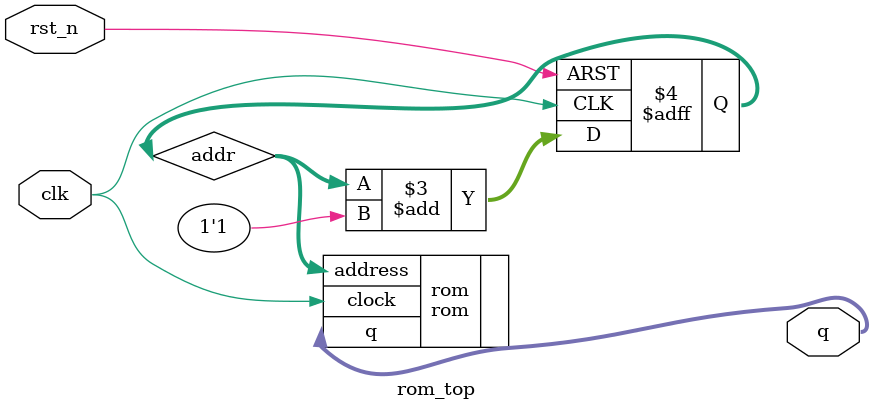
<source format=v>
module rom_top(
	input clk,
	input rst_n,
	output [7:0]q
);
	reg [7:0] addr; 
	
	rom rom(
		.address(addr),
		.clock(clk),
		.q(q)
	);
	
	always@(posedge clk or negedge rst_n)
	begin
		if(!rst_n)
			addr <= 8'd0;
		else
			addr <= addr + 1'b1;
	end
	
endmodule
</source>
